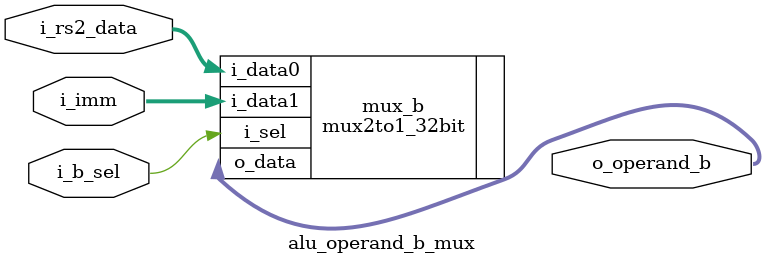
<source format=sv>
module alu_operand_b_mux (
    input  logic [31:0] i_rs2_data,
    input  logic [31:0] i_imm,
    input  logic        i_b_sel,
    output logic [31:0] o_operand_b
);
    mux2to1_32bit mux_b (
        .i_data0(i_rs2_data),
        .i_data1(i_imm),
        .i_sel(i_b_sel),
        .o_data(o_operand_b)
    );
endmodule

</source>
